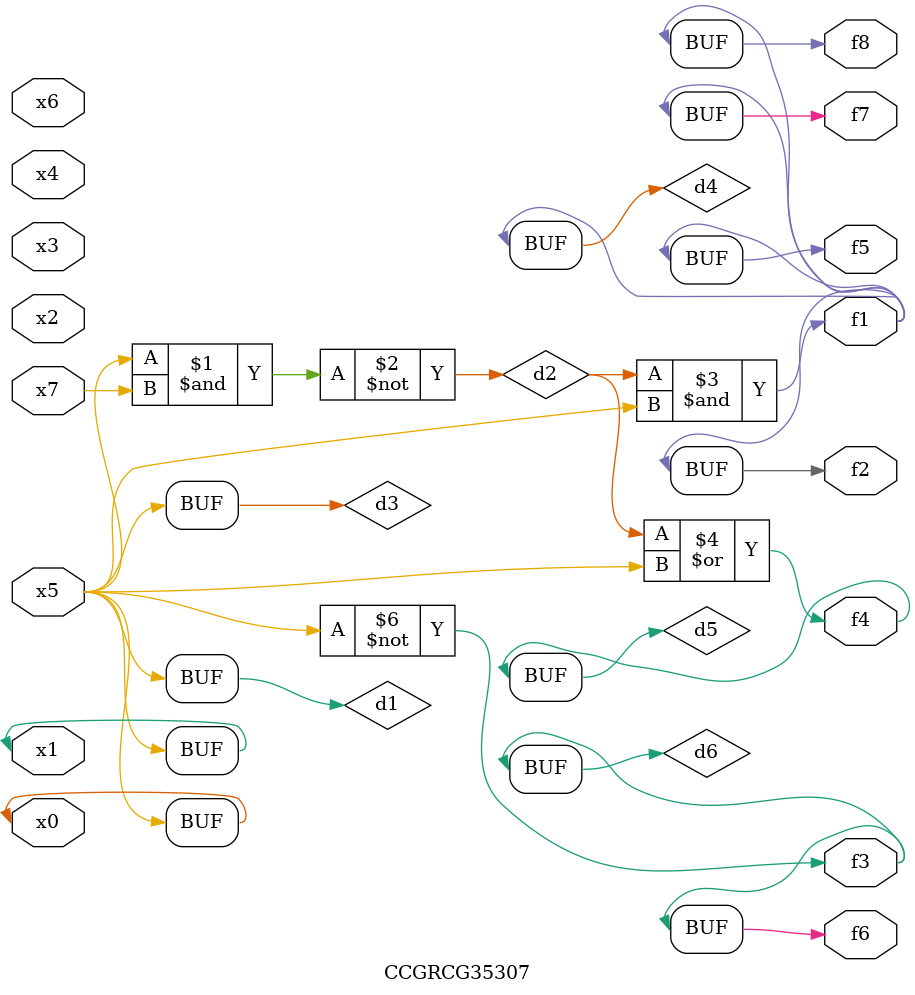
<source format=v>
module CCGRCG35307(
	input x0, x1, x2, x3, x4, x5, x6, x7,
	output f1, f2, f3, f4, f5, f6, f7, f8
);

	wire d1, d2, d3, d4, d5, d6;

	buf (d1, x0, x5);
	nand (d2, x5, x7);
	buf (d3, x0, x1);
	and (d4, d2, d3);
	or (d5, d2, d3);
	nor (d6, d1, d3);
	assign f1 = d4;
	assign f2 = d4;
	assign f3 = d6;
	assign f4 = d5;
	assign f5 = d4;
	assign f6 = d6;
	assign f7 = d4;
	assign f8 = d4;
endmodule

</source>
